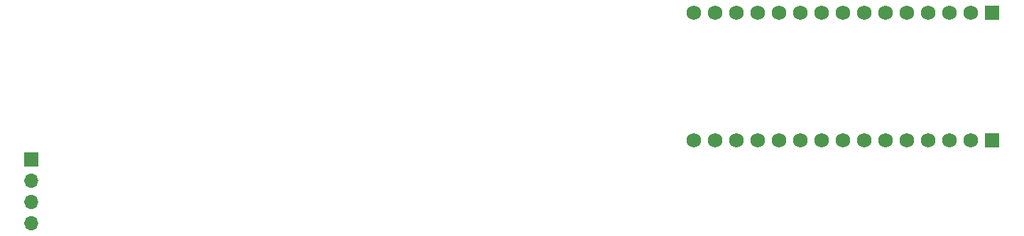
<source format=gbr>
%TF.GenerationSoftware,KiCad,Pcbnew,8.0.8*%
%TF.CreationDate,2025-04-10T10:16:36+02:00*%
%TF.ProjectId,Projet S6,50726f6a-6574-4205-9336-2e6b69636164,rev?*%
%TF.SameCoordinates,Original*%
%TF.FileFunction,Soldermask,Bot*%
%TF.FilePolarity,Negative*%
%FSLAX46Y46*%
G04 Gerber Fmt 4.6, Leading zero omitted, Abs format (unit mm)*
G04 Created by KiCad (PCBNEW 8.0.8) date 2025-04-10 10:16:36*
%MOMM*%
%LPD*%
G01*
G04 APERTURE LIST*
G04 Aperture macros list*
%AMRoundRect*
0 Rectangle with rounded corners*
0 $1 Rounding radius*
0 $2 $3 $4 $5 $6 $7 $8 $9 X,Y pos of 4 corners*
0 Add a 4 corners polygon primitive as box body*
4,1,4,$2,$3,$4,$5,$6,$7,$8,$9,$2,$3,0*
0 Add four circle primitives for the rounded corners*
1,1,$1+$1,$2,$3*
1,1,$1+$1,$4,$5*
1,1,$1+$1,$6,$7*
1,1,$1+$1,$8,$9*
0 Add four rect primitives between the rounded corners*
20,1,$1+$1,$2,$3,$4,$5,0*
20,1,$1+$1,$4,$5,$6,$7,0*
20,1,$1+$1,$6,$7,$8,$9,0*
20,1,$1+$1,$8,$9,$2,$3,0*%
G04 Aperture macros list end*
%ADD10R,1.700000X1.700000*%
%ADD11O,1.700000X1.700000*%
%ADD12RoundRect,0.102000X-0.765000X0.765000X-0.765000X-0.765000X0.765000X-0.765000X0.765000X0.765000X0*%
%ADD13C,1.734000*%
G04 APERTURE END LIST*
D10*
%TO.C,J3*%
X102000000Y-109950000D03*
D11*
X102000000Y-112490000D03*
X102000000Y-115030000D03*
X102000000Y-117570000D03*
%TD*%
D12*
%TO.C,Nucleo2*%
X216560000Y-92400000D03*
D13*
X214020000Y-92400000D03*
X211480000Y-92400000D03*
X208940000Y-92400000D03*
X206400000Y-92400000D03*
X203860000Y-92400000D03*
X201320000Y-92400000D03*
X198780000Y-92400000D03*
X196240000Y-92400000D03*
X193700000Y-92400000D03*
X191160000Y-92400000D03*
X188620000Y-92400000D03*
X186080000Y-92400000D03*
X183540000Y-92400000D03*
X181000000Y-92400000D03*
D12*
X216560000Y-107640000D03*
D13*
X214020000Y-107640000D03*
X211480000Y-107640000D03*
X208940000Y-107640000D03*
X206400000Y-107640000D03*
X203860000Y-107640000D03*
X201320000Y-107640000D03*
X198780000Y-107640000D03*
X196240000Y-107640000D03*
X193700000Y-107640000D03*
X191160000Y-107640000D03*
X188620000Y-107640000D03*
X186080000Y-107640000D03*
X183540000Y-107640000D03*
X181000000Y-107640000D03*
%TD*%
M02*

</source>
